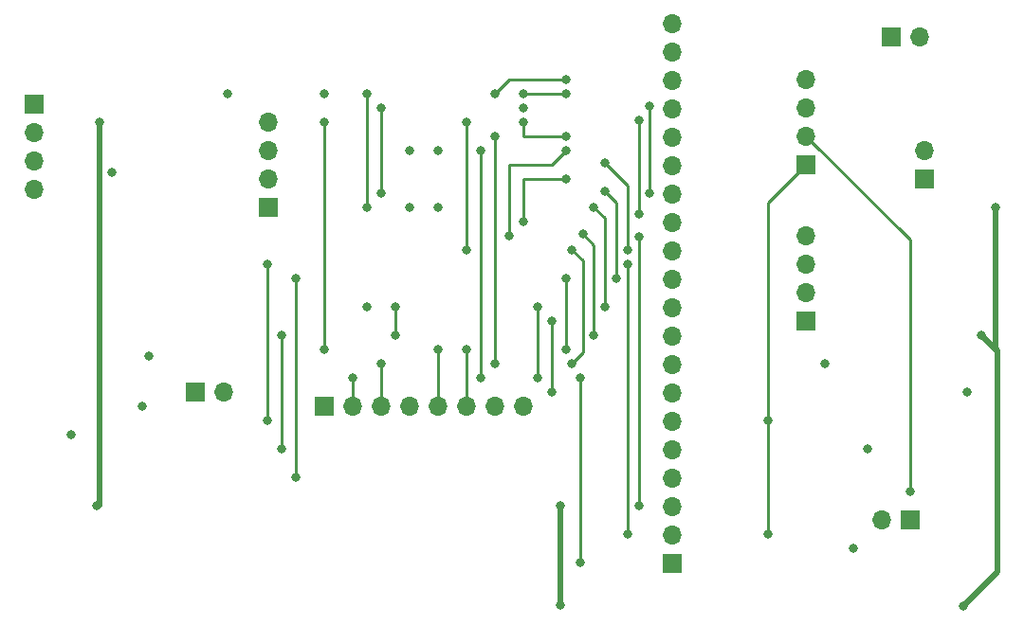
<source format=gbr>
%TF.GenerationSoftware,KiCad,Pcbnew,7.0.7*%
%TF.CreationDate,2023-09-28T17:42:14-05:00*%
%TF.ProjectId,CatLasers,4361744c-6173-4657-9273-2e6b69636164,rev?*%
%TF.SameCoordinates,Original*%
%TF.FileFunction,Copper,L2,Bot*%
%TF.FilePolarity,Positive*%
%FSLAX46Y46*%
G04 Gerber Fmt 4.6, Leading zero omitted, Abs format (unit mm)*
G04 Created by KiCad (PCBNEW 7.0.7) date 2023-09-28 17:42:14*
%MOMM*%
%LPD*%
G01*
G04 APERTURE LIST*
%TA.AperFunction,ComponentPad*%
%ADD10R,1.700000X1.700000*%
%TD*%
%TA.AperFunction,ComponentPad*%
%ADD11O,1.700000X1.700000*%
%TD*%
%TA.AperFunction,ViaPad*%
%ADD12C,0.800000*%
%TD*%
%TA.AperFunction,Conductor*%
%ADD13C,0.500000*%
%TD*%
%TA.AperFunction,Conductor*%
%ADD14C,0.250000*%
%TD*%
G04 APERTURE END LIST*
D10*
%TO.P,J9,1,Pin_1*%
%TO.N,unconnected-(J9-Pin_1-Pad1)*%
X117957500Y-49525000D03*
D11*
%TO.P,J9,2,Pin_2*%
%TO.N,unconnected-(J9-Pin_2-Pad2)*%
X117957500Y-46985000D03*
%TO.P,J9,3,Pin_3*%
%TO.N,/IR Emitter + Receiver/Rec_out*%
X117957500Y-44445000D03*
%TO.P,J9,4,Pin_4*%
%TO.N,/Buzzer/PWM*%
X117957500Y-41905000D03*
%TD*%
%TO.P,J8,2,Pin_2*%
%TO.N,/IR Emitter + Receiver/Vrec*%
X124700000Y-67310000D03*
D10*
%TO.P,J8,1,Pin_1*%
%TO.N,/IR Emitter + Receiver/RecSup*%
X127240000Y-67310000D03*
%TD*%
%TO.P,J7,1,Pin_1*%
%TO.N,18V*%
X49000000Y-30200000D03*
D11*
%TO.P,J7,2,Pin_2*%
%TO.N,3.3V*%
X49000000Y-32740000D03*
%TO.P,J7,3,Pin_3*%
%TO.N,GND*%
X49000000Y-35280000D03*
%TO.P,J7,4,Pin_4*%
X49000000Y-37820000D03*
%TD*%
D10*
%TO.P,J6,1,Pin_1*%
%TO.N,/IR Emitter + Receiver/Emit_Direct*%
X125577500Y-24135000D03*
D11*
%TO.P,J6,2,Pin_2*%
%TO.N,Net-(J6-Pin_2)*%
X128117500Y-24135000D03*
%TD*%
%TO.P,J5,20,Pin_20*%
%TO.N,GND*%
X106000000Y-22980000D03*
%TO.P,J5,19,Pin_19*%
%TO.N,Net-(J5-Pin_19)*%
X106000000Y-25520000D03*
%TO.P,J5,18,Pin_18*%
%TO.N,Net-(J5-Pin_18)*%
X106000000Y-28060000D03*
%TO.P,J5,17,Pin_17*%
%TO.N,Net-(J5-Pin_17)*%
X106000000Y-30600000D03*
%TO.P,J5,16,Pin_16*%
%TO.N,Net-(J5-Pin_16)*%
X106000000Y-33140000D03*
%TO.P,J5,15,Pin_15*%
%TO.N,Net-(J5-Pin_15)*%
X106000000Y-35680000D03*
%TO.P,J5,14,Pin_14*%
%TO.N,Net-(J5-Pin_14)*%
X106000000Y-38220000D03*
%TO.P,J5,13,Pin_13*%
%TO.N,Net-(J5-Pin_13)*%
X106000000Y-40760000D03*
%TO.P,J5,12,Pin_12*%
%TO.N,Net-(J5-Pin_12)*%
X106000000Y-43300000D03*
%TO.P,J5,11,Pin_11*%
%TO.N,Net-(J5-Pin_11)*%
X106000000Y-45840000D03*
%TO.P,J5,10,Pin_10*%
%TO.N,Net-(J5-Pin_10)*%
X106000000Y-48380000D03*
%TO.P,J5,9,Pin_9*%
%TO.N,Net-(J5-Pin_9)*%
X106000000Y-50920000D03*
%TO.P,J5,8,Pin_8*%
%TO.N,Net-(J5-Pin_8)*%
X106000000Y-53460000D03*
%TO.P,J5,7,Pin_7*%
%TO.N,Net-(J5-Pin_7)*%
X106000000Y-56000000D03*
%TO.P,J5,6,Pin_6*%
%TO.N,Net-(J5-Pin_6)*%
X106000000Y-58540000D03*
%TO.P,J5,5,Pin_5*%
%TO.N,Net-(J5-Pin_5)*%
X106000000Y-61080000D03*
%TO.P,J5,4,Pin_4*%
%TO.N,Net-(J5-Pin_4)*%
X106000000Y-63620000D03*
%TO.P,J5,3,Pin_3*%
%TO.N,Net-(J5-Pin_3)*%
X106000000Y-66160000D03*
%TO.P,J5,2,Pin_2*%
%TO.N,Net-(J5-Pin_2)*%
X106000000Y-68700000D03*
D10*
%TO.P,J5,1,Pin_1*%
%TO.N,Net-(J5-Pin_1)*%
X106000000Y-71240000D03*
%TD*%
%TO.P,J4,1,Pin_1*%
%TO.N,/IR Emitter + Receiver/Vsup*%
X117957500Y-35555000D03*
D11*
%TO.P,J4,2,Pin_2*%
%TO.N,/IR Emitter + Receiver/RecSup*%
X117957500Y-33015000D03*
%TO.P,J4,3,Pin_3*%
%TO.N,/IR Emitter + Receiver/Emit_Direct*%
X117957500Y-30475000D03*
%TO.P,J4,4,Pin_4*%
%TO.N,/IR Emitter + Receiver/Emit_MOS*%
X117957500Y-27935000D03*
%TD*%
D10*
%TO.P,J3,1,Pin_1*%
%TO.N,Net-(J3-Pin_1)*%
X69921500Y-39360000D03*
D11*
%TO.P,J3,2,Pin_2*%
%TO.N,Net-(J3-Pin_2)*%
X69921500Y-36820000D03*
%TO.P,J3,3,Pin_3*%
%TO.N,Net-(J3-Pin_3)*%
X69921500Y-34280000D03*
%TO.P,J3,4,Pin_4*%
%TO.N,Net-(J3-Pin_4)*%
X69921500Y-31740000D03*
%TD*%
D10*
%TO.P,J2,1,Pin_1*%
%TO.N,3.3V*%
X74930000Y-57150000D03*
D11*
%TO.P,J2,2,Pin_2*%
%TO.N,Net-(J2-Pin_2)*%
X77470000Y-57150000D03*
%TO.P,J2,3,Pin_3*%
%TO.N,Net-(J2-Pin_3)*%
X80010000Y-57150000D03*
%TO.P,J2,4,Pin_4*%
%TO.N,GND*%
X82550000Y-57150000D03*
%TO.P,J2,5,Pin_5*%
%TO.N,Net-(J2-Pin_5)*%
X85090000Y-57150000D03*
%TO.P,J2,6,Pin_6*%
%TO.N,Net-(J2-Pin_6)*%
X87630000Y-57150000D03*
%TO.P,J2,7,Pin_7*%
%TO.N,unconnected-(J2-Pin_7-Pad7)*%
X90170000Y-57150000D03*
%TO.P,J2,8,Pin_8*%
%TO.N,unconnected-(J2-Pin_8-Pad8)*%
X92710000Y-57150000D03*
%TD*%
D10*
%TO.P,J1,1,Pin_1*%
%TO.N,Net-(J1-Pin_1)*%
X128510000Y-36830000D03*
D11*
%TO.P,J1,2,Pin_2*%
%TO.N,GND*%
X128510000Y-34290000D03*
%TD*%
%TO.P,BT1,2,-*%
%TO.N,GND*%
X65920500Y-55880000D03*
D10*
%TO.P,BT1,1,+*%
%TO.N,/PowerSupply/VBatt*%
X63380500Y-55880000D03*
%TD*%
D12*
%TO.N,GND*%
X85090000Y-39370000D03*
X82550000Y-39370000D03*
X85090000Y-34290000D03*
X82550000Y-34290000D03*
X122160000Y-69850000D03*
%TO.N,18V*%
X133590000Y-50800000D03*
X132000000Y-75000000D03*
X96000000Y-74930000D03*
X134860000Y-39370000D03*
X96000000Y-66040000D03*
X54871500Y-31750000D03*
X54610000Y-66040000D03*
%TO.N,GND*%
X119620000Y-53340000D03*
X132320000Y-55880000D03*
X123430000Y-60960000D03*
%TO.N,/IR Emitter + Receiver/Vsup*%
X114540000Y-68580000D03*
X114540000Y-58420000D03*
%TO.N,GND*%
X55927500Y-36237500D03*
X66301500Y-29210000D03*
X58681500Y-57150000D03*
X52331500Y-59690000D03*
X92710000Y-30480000D03*
X78740000Y-48260000D03*
X74930000Y-29210000D03*
%TO.N,/IR Emitter + Receiver/RecSup*%
X127240000Y-64770000D03*
%TO.N,Net-(J5-Pin_19)*%
X78740000Y-39370000D03*
X78740000Y-29210000D03*
X90170000Y-29210000D03*
X96520000Y-27940000D03*
%TO.N,Net-(J5-Pin_18)*%
X80010000Y-38100000D03*
X80010000Y-30480000D03*
X92710000Y-29210000D03*
X96520000Y-29210000D03*
%TO.N,Net-(J5-Pin_17)*%
X87630000Y-43180000D03*
X87630000Y-31750000D03*
X92710000Y-31750000D03*
X96520000Y-33020000D03*
%TO.N,Net-(J5-Pin_16)*%
X91440000Y-41910000D03*
X96520000Y-34290000D03*
%TO.N,Net-(J5-Pin_15)*%
X92710000Y-40640000D03*
X96520000Y-36830000D03*
%TO.N,Net-(J5-Pin_1)*%
X97790000Y-71120000D03*
X97790000Y-54610000D03*
X93980000Y-48260000D03*
X93980000Y-54610000D03*
%TO.N,Net-(J5-Pin_7)*%
X95250000Y-49530000D03*
X95250000Y-55880000D03*
%TO.N,Net-(J5-Pin_6)*%
X69850000Y-44450000D03*
X69850000Y-58420000D03*
%TO.N,Net-(J5-Pin_5)*%
X71120000Y-50800000D03*
X81280000Y-50800000D03*
X81280000Y-48260000D03*
X71125000Y-60955000D03*
%TO.N,Net-(J5-Pin_4)*%
X72390000Y-63500000D03*
X72390000Y-45720000D03*
%TO.N,Net-(J2-Pin_6)*%
X96520000Y-52070000D03*
X96520000Y-45720000D03*
X87630000Y-52070000D03*
%TO.N,Net-(J2-Pin_2)*%
X77470000Y-54610000D03*
X88900000Y-54610000D03*
X88900000Y-34290000D03*
%TO.N,Net-(J2-Pin_3)*%
X80010000Y-53340000D03*
X90170000Y-53340000D03*
X90170000Y-33020000D03*
%TO.N,Net-(J2-Pin_5)*%
X85090000Y-52070000D03*
X74930000Y-52070000D03*
X74930000Y-31750000D03*
%TO.N,Net-(J5-Pin_2)*%
X102000000Y-68575000D03*
X102000000Y-44445000D03*
%TO.N,Net-(J5-Pin_3)*%
X103000000Y-66035000D03*
X103000000Y-42000000D03*
%TO.N,Net-(J5-Pin_8)*%
X97000000Y-53335000D03*
X97000000Y-43175000D03*
%TO.N,Net-(J5-Pin_9)*%
X99000000Y-50795000D03*
X98000000Y-41805000D03*
%TO.N,Net-(J5-Pin_10)*%
X100000000Y-48255000D03*
X99000000Y-39365000D03*
%TO.N,Net-(J5-Pin_11)*%
X100000000Y-37995000D03*
X101000000Y-45715000D03*
%TO.N,Net-(J5-Pin_12)*%
X102000000Y-43175000D03*
X100000000Y-35455000D03*
%TO.N,Net-(J5-Pin_13)*%
X103000000Y-40000000D03*
X103000000Y-31645000D03*
%TO.N,Net-(J5-Pin_14)*%
X104000000Y-30375000D03*
X104000000Y-38095000D03*
%TO.N,GND*%
X59243768Y-52645694D03*
%TD*%
D13*
%TO.N,18V*%
X135000000Y-52210000D02*
X134860000Y-52070000D01*
X132000000Y-75000000D02*
X135000000Y-72000000D01*
X135000000Y-72000000D02*
X135000000Y-52210000D01*
D14*
%TO.N,Net-(J5-Pin_3)*%
X103000000Y-66035000D02*
X103000000Y-42000000D01*
%TO.N,Net-(J5-Pin_2)*%
X102000000Y-68575000D02*
X102000000Y-44445000D01*
D13*
%TO.N,18V*%
X96000000Y-74930000D02*
X96000000Y-66040000D01*
D14*
%TO.N,Net-(J5-Pin_14)*%
X104000000Y-38095000D02*
X104000000Y-30375000D01*
%TO.N,Net-(J5-Pin_13)*%
X103000000Y-40000000D02*
X103000000Y-31645000D01*
%TO.N,Net-(J5-Pin_12)*%
X102000000Y-37455000D02*
X100000000Y-35455000D01*
X102000000Y-43175000D02*
X102000000Y-37455000D01*
%TO.N,Net-(J5-Pin_11)*%
X101000000Y-38995000D02*
X100000000Y-37995000D01*
X101000000Y-45715000D02*
X101000000Y-38995000D01*
%TO.N,Net-(J5-Pin_10)*%
X100000000Y-40365000D02*
X99000000Y-39365000D01*
X100000000Y-48255000D02*
X100000000Y-40365000D01*
%TO.N,Net-(J5-Pin_9)*%
X99000000Y-42805000D02*
X98000000Y-41805000D01*
X99000000Y-50795000D02*
X99000000Y-42805000D01*
%TO.N,Net-(J5-Pin_8)*%
X98000000Y-52335000D02*
X97000000Y-53335000D01*
X98000000Y-44175000D02*
X98000000Y-52335000D01*
X97000000Y-43175000D02*
X98000000Y-44175000D01*
D13*
%TO.N,18V*%
X134860000Y-52070000D02*
X133590000Y-50800000D01*
X134860000Y-52070000D02*
X134860000Y-39370000D01*
X54871500Y-31750000D02*
X54871500Y-66040000D01*
D14*
%TO.N,/IR Emitter + Receiver/Vsup*%
X114540000Y-38972500D02*
X117957500Y-35555000D01*
X114540000Y-58420000D02*
X114540000Y-38972500D01*
X114540000Y-58420000D02*
X114540000Y-68580000D01*
%TO.N,/IR Emitter + Receiver/RecSup*%
X127240000Y-42297500D02*
X117957500Y-33015000D01*
X127240000Y-64770000D02*
X127240000Y-42297500D01*
%TO.N,Net-(J5-Pin_19)*%
X78740000Y-29210000D02*
X78740000Y-39370000D01*
X91440000Y-27940000D02*
X90170000Y-29210000D01*
X96520000Y-27940000D02*
X91440000Y-27940000D01*
%TO.N,Net-(J5-Pin_18)*%
X80010000Y-30480000D02*
X80010000Y-38100000D01*
X96520000Y-29210000D02*
X92710000Y-29210000D01*
%TO.N,Net-(J5-Pin_17)*%
X87630000Y-43180000D02*
X87630000Y-31750000D01*
X92710000Y-33020000D02*
X92710000Y-31750000D01*
X96520000Y-33020000D02*
X92710000Y-33020000D01*
%TO.N,Net-(J5-Pin_16)*%
X91440000Y-35560000D02*
X91440000Y-41910000D01*
X95250000Y-35560000D02*
X91440000Y-35560000D01*
X96520000Y-34290000D02*
X95250000Y-35560000D01*
%TO.N,Net-(J5-Pin_15)*%
X96520000Y-36830000D02*
X92710000Y-36830000D01*
X92710000Y-36830000D02*
X92710000Y-40640000D01*
%TO.N,Net-(J2-Pin_2)*%
X88900000Y-34290000D02*
X88900000Y-54610000D01*
%TO.N,Net-(J5-Pin_1)*%
X97790000Y-54610000D02*
X97790000Y-71120000D01*
X93980000Y-48260000D02*
X93980000Y-54610000D01*
%TO.N,Net-(J5-Pin_7)*%
X95250000Y-55880000D02*
X95250000Y-49530000D01*
%TO.N,Net-(J5-Pin_6)*%
X69850000Y-58420000D02*
X69850000Y-44450000D01*
%TO.N,Net-(J5-Pin_5)*%
X71120000Y-60950000D02*
X71125000Y-60955000D01*
X71120000Y-50800000D02*
X71120000Y-60950000D01*
X81280000Y-48260000D02*
X81280000Y-50800000D01*
%TO.N,Net-(J5-Pin_4)*%
X72390000Y-63500000D02*
X72390000Y-45720000D01*
%TO.N,Net-(J2-Pin_6)*%
X87630000Y-52070000D02*
X87630000Y-57150000D01*
X96520000Y-45720000D02*
X96520000Y-52070000D01*
%TO.N,Net-(J2-Pin_2)*%
X77470000Y-54610000D02*
X77470000Y-57150000D01*
%TO.N,Net-(J2-Pin_3)*%
X80010000Y-53340000D02*
X80010000Y-57150000D01*
X90170000Y-33020000D02*
X90170000Y-53340000D01*
%TO.N,Net-(J2-Pin_5)*%
X85090000Y-52070000D02*
X85090000Y-57150000D01*
X74930000Y-31750000D02*
X74930000Y-52070000D01*
%TD*%
M02*

</source>
